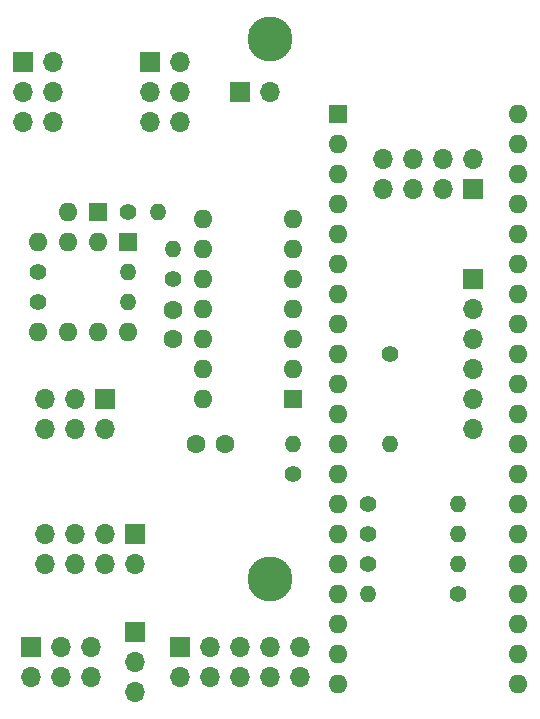
<source format=gts>
G04 #@! TF.GenerationSoftware,KiCad,Pcbnew,6.0.4+dfsg-1+b1*
G04 #@! TF.CreationDate,2022-04-24T01:07:45+03:00*
G04 #@! TF.ProjectId,yatabaza-cpu,79617461-6261-47a6-912d-6370752e6b69,rev?*
G04 #@! TF.SameCoordinates,Original*
G04 #@! TF.FileFunction,Soldermask,Top*
G04 #@! TF.FilePolarity,Negative*
%FSLAX46Y46*%
G04 Gerber Fmt 4.6, Leading zero omitted, Abs format (unit mm)*
G04 Created by KiCad (PCBNEW 6.0.4+dfsg-1+b1) date 2022-04-24 01:07:45*
%MOMM*%
%LPD*%
G01*
G04 APERTURE LIST*
%ADD10C,1.600000*%
%ADD11C,3.800000*%
%ADD12R,1.700000X1.700000*%
%ADD13O,1.700000X1.700000*%
%ADD14C,1.400000*%
%ADD15O,1.400000X1.400000*%
%ADD16R,1.600000X1.600000*%
%ADD17O,1.600000X1.600000*%
G04 APERTURE END LIST*
D10*
X34925000Y-49530000D03*
X32425000Y-49530000D03*
X30480000Y-38120000D03*
X30480000Y-40620000D03*
D11*
X38735000Y-15240000D03*
X38735000Y-60960000D03*
D12*
X27305000Y-65405000D03*
D13*
X27305000Y-67945000D03*
X27305000Y-70485000D03*
D12*
X24765000Y-45720000D03*
D13*
X24765000Y-48260000D03*
X22225000Y-45720000D03*
X22225000Y-48260000D03*
X19685000Y-45720000D03*
X19685000Y-48260000D03*
D12*
X28575000Y-17145000D03*
D13*
X31115000Y-17145000D03*
X28575000Y-19685000D03*
X31115000Y-19685000D03*
X28575000Y-22225000D03*
X31115000Y-22225000D03*
D12*
X27305000Y-57150000D03*
D13*
X27305000Y-59690000D03*
X24765000Y-57150000D03*
X24765000Y-59690000D03*
X22225000Y-57150000D03*
X22225000Y-59690000D03*
X19685000Y-57150000D03*
X19685000Y-59690000D03*
D12*
X17780000Y-17145000D03*
D13*
X20320000Y-17145000D03*
X17780000Y-19685000D03*
X20320000Y-19685000D03*
X17780000Y-22225000D03*
X20320000Y-22225000D03*
D14*
X40640000Y-52020000D03*
D15*
X40640000Y-49480000D03*
D14*
X30480000Y-35510000D03*
D15*
X30480000Y-32970000D03*
D14*
X26720000Y-29845000D03*
D15*
X29260000Y-29845000D03*
D16*
X44450000Y-21590000D03*
D17*
X44450000Y-24130000D03*
X44450000Y-26670000D03*
X44450000Y-29210000D03*
X44450000Y-31750000D03*
X44450000Y-34290000D03*
X44450000Y-36830000D03*
X44450000Y-39370000D03*
X44450000Y-41910000D03*
X44450000Y-44450000D03*
X44450000Y-46990000D03*
X44450000Y-49530000D03*
X44450000Y-52070000D03*
X44450000Y-54610000D03*
X44450000Y-57150000D03*
X44450000Y-59690000D03*
X44450000Y-62230000D03*
X44450000Y-64770000D03*
X44450000Y-67310000D03*
X44450000Y-69850000D03*
X59690000Y-69850000D03*
X59690000Y-67310000D03*
X59690000Y-64770000D03*
X59690000Y-62230000D03*
X59690000Y-59690000D03*
X59690000Y-57150000D03*
X59690000Y-54610000D03*
X59690000Y-52070000D03*
X59690000Y-49530000D03*
X59690000Y-46990000D03*
X59690000Y-44450000D03*
X59690000Y-41910000D03*
X59690000Y-39370000D03*
X59690000Y-36830000D03*
X59690000Y-34290000D03*
X59690000Y-31750000D03*
X59690000Y-29210000D03*
X59690000Y-26670000D03*
X59690000Y-24130000D03*
X59690000Y-21590000D03*
D16*
X40640000Y-45720000D03*
D17*
X40640000Y-43180000D03*
X40640000Y-40640000D03*
X40640000Y-38100000D03*
X40640000Y-35560000D03*
X40640000Y-33020000D03*
X40640000Y-30480000D03*
X33020000Y-30480000D03*
X33020000Y-33020000D03*
X33020000Y-35560000D03*
X33020000Y-38100000D03*
X33020000Y-40640000D03*
X33020000Y-43180000D03*
X33020000Y-45720000D03*
D16*
X26670000Y-32385000D03*
D17*
X24130000Y-32385000D03*
X21590000Y-32385000D03*
X19050000Y-32385000D03*
X19050000Y-40005000D03*
X21590000Y-40005000D03*
X24130000Y-40005000D03*
X26670000Y-40005000D03*
D16*
X24130000Y-29845000D03*
D17*
X21590000Y-29845000D03*
D12*
X18430000Y-66670000D03*
D13*
X18430000Y-69210000D03*
X20970000Y-66670000D03*
X20970000Y-69210000D03*
X23510000Y-66670000D03*
X23510000Y-69210000D03*
D12*
X31115000Y-66675000D03*
D13*
X31115000Y-69215000D03*
X33655000Y-66675000D03*
X33655000Y-69215000D03*
X36195000Y-66675000D03*
X36195000Y-69215000D03*
X38735000Y-66675000D03*
X38735000Y-69215000D03*
X41275000Y-66675000D03*
X41275000Y-69215000D03*
D12*
X36195000Y-19685000D03*
D13*
X38735000Y-19685000D03*
D12*
X55880000Y-35560000D03*
D13*
X55880000Y-38100000D03*
X55880000Y-40640000D03*
X55880000Y-43180000D03*
X55880000Y-45720000D03*
X55880000Y-48260000D03*
D12*
X55880000Y-27940000D03*
D13*
X55880000Y-25400000D03*
X53340000Y-27940000D03*
X53340000Y-25400000D03*
X50800000Y-27940000D03*
X50800000Y-25400000D03*
X48260000Y-27940000D03*
X48260000Y-25400000D03*
D14*
X19050000Y-34925000D03*
D15*
X26670000Y-34925000D03*
D14*
X19050000Y-37465000D03*
D15*
X26670000Y-37465000D03*
D14*
X48895000Y-41910000D03*
D15*
X48895000Y-49530000D03*
D14*
X46990000Y-59690000D03*
D15*
X54610000Y-59690000D03*
D14*
X54610000Y-62230000D03*
D15*
X46990000Y-62230000D03*
D14*
X46990000Y-57150000D03*
D15*
X54610000Y-57150000D03*
D14*
X46990000Y-54610000D03*
D15*
X54610000Y-54610000D03*
M02*

</source>
